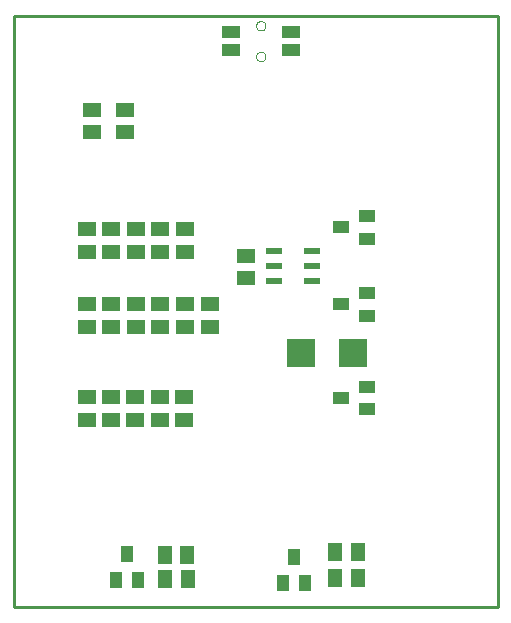
<source format=gbp>
G75*
%MOIN*%
%OFA0B0*%
%FSLAX24Y24*%
%IPPOS*%
%LPD*%
%AMOC8*
5,1,8,0,0,1.08239X$1,22.5*
%
%ADD10C,0.0100*%
%ADD11R,0.0551X0.0394*%
%ADD12R,0.0394X0.0551*%
%ADD13R,0.0591X0.0512*%
%ADD14R,0.0512X0.0591*%
%ADD15R,0.0524X0.0209*%
%ADD16R,0.0610X0.0394*%
%ADD17C,0.0000*%
%ADD18R,0.0945X0.0945*%
D10*
X004503Y003075D02*
X004503Y022760D01*
X020645Y022760D01*
X020645Y003075D01*
X004503Y003075D01*
D11*
X015400Y010034D03*
X016267Y009660D03*
X016267Y010408D03*
X016267Y012778D03*
X016267Y013526D03*
X015400Y013152D03*
X016267Y015345D03*
X016267Y016093D03*
X015400Y015719D03*
D12*
X013853Y004742D03*
X013479Y003876D03*
X014227Y003876D03*
X008657Y003955D03*
X007909Y003955D03*
X008283Y004821D03*
D13*
X008544Y009301D03*
X008544Y010049D03*
X009371Y010049D03*
X009371Y009301D03*
X010174Y009301D03*
X010174Y010049D03*
X010214Y012411D03*
X011033Y012411D03*
X011033Y013159D03*
X010214Y013159D03*
X009387Y013159D03*
X008568Y013159D03*
X008568Y012411D03*
X009387Y012411D03*
X007757Y012411D03*
X006954Y012411D03*
X006954Y013159D03*
X007757Y013159D03*
X007757Y014911D03*
X007757Y015659D03*
X006954Y015659D03*
X006954Y014911D03*
X008568Y014911D03*
X008568Y015659D03*
X009387Y015659D03*
X009387Y014911D03*
X010214Y014911D03*
X010214Y015659D03*
X012254Y014766D03*
X012254Y014018D03*
X007741Y010049D03*
X007741Y009301D03*
X006954Y009301D03*
X006954Y010049D03*
X007127Y018882D03*
X007127Y019630D03*
X008230Y019631D03*
X008230Y018883D03*
D14*
X009548Y004790D03*
X010296Y004790D03*
X010297Y003988D03*
X009549Y003988D03*
X015218Y004027D03*
X015966Y004027D03*
X015965Y004882D03*
X015217Y004882D03*
D15*
X014437Y013936D03*
X014437Y014436D03*
X014437Y014936D03*
X013177Y014936D03*
X013177Y014436D03*
X013177Y013936D03*
D16*
X013733Y021633D03*
X013733Y022224D03*
X011745Y022224D03*
X011745Y021633D03*
D17*
X012582Y021417D02*
X012584Y021442D01*
X012590Y021466D01*
X012599Y021488D01*
X012612Y021509D01*
X012628Y021528D01*
X012647Y021544D01*
X012668Y021557D01*
X012690Y021566D01*
X012714Y021572D01*
X012739Y021574D01*
X012764Y021572D01*
X012788Y021566D01*
X012810Y021557D01*
X012831Y021544D01*
X012850Y021528D01*
X012866Y021509D01*
X012879Y021488D01*
X012888Y021466D01*
X012894Y021442D01*
X012896Y021417D01*
X012894Y021392D01*
X012888Y021368D01*
X012879Y021346D01*
X012866Y021325D01*
X012850Y021306D01*
X012831Y021290D01*
X012810Y021277D01*
X012788Y021268D01*
X012764Y021262D01*
X012739Y021260D01*
X012714Y021262D01*
X012690Y021268D01*
X012668Y021277D01*
X012647Y021290D01*
X012628Y021306D01*
X012612Y021325D01*
X012599Y021346D01*
X012590Y021368D01*
X012584Y021392D01*
X012582Y021417D01*
X012582Y022440D02*
X012584Y022465D01*
X012590Y022489D01*
X012599Y022511D01*
X012612Y022532D01*
X012628Y022551D01*
X012647Y022567D01*
X012668Y022580D01*
X012690Y022589D01*
X012714Y022595D01*
X012739Y022597D01*
X012764Y022595D01*
X012788Y022589D01*
X012810Y022580D01*
X012831Y022567D01*
X012850Y022551D01*
X012866Y022532D01*
X012879Y022511D01*
X012888Y022489D01*
X012894Y022465D01*
X012896Y022440D01*
X012894Y022415D01*
X012888Y022391D01*
X012879Y022369D01*
X012866Y022348D01*
X012850Y022329D01*
X012831Y022313D01*
X012810Y022300D01*
X012788Y022291D01*
X012764Y022285D01*
X012739Y022283D01*
X012714Y022285D01*
X012690Y022291D01*
X012668Y022300D01*
X012647Y022313D01*
X012628Y022329D01*
X012612Y022348D01*
X012599Y022369D01*
X012590Y022391D01*
X012584Y022415D01*
X012582Y022440D01*
D18*
X014070Y011540D03*
X015802Y011540D03*
M02*

</source>
